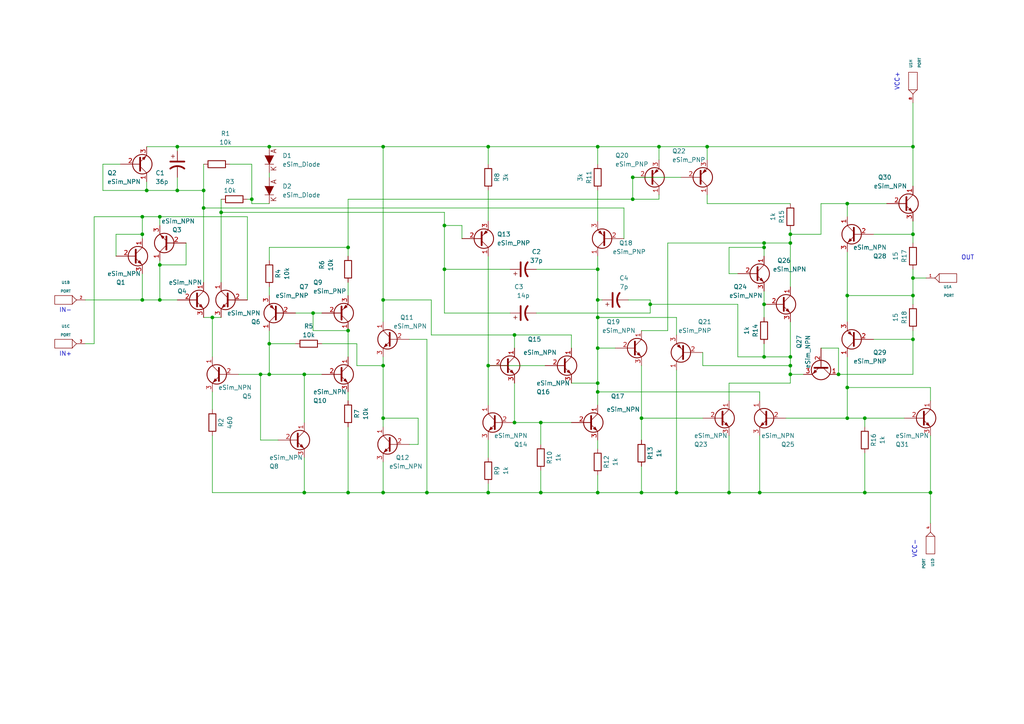
<source format=kicad_sch>
(kicad_sch (version 20211123) (generator eeschema)
  (paper "A4")
  (lib_symbols
    (symbol "eSim_Devices:capacitor_polarised" (pin_numbers hide) (pin_names (offset 0.254) hide)
      (property "Reference" "C" (at 0.635 2.54 0))
      (property "Value" "capacitor_polarised" (at 0.635 -2.54 0))
      (symbol "capacitor_polarised_0_1"
        (polyline (pts (xy -2.032 0.762) (xy 2.032 0.762)) (stroke (width 0.508)))
        (polyline (pts (xy -1.778 2.286) (xy -0.762 2.286)))
        (polyline (pts (xy -1.27 1.778) (xy -1.27 2.794)))
        (arc (start 2.032 -1.27) (mid 0 -0.5572) (end -2.032 -1.27) (stroke (width 0.508)))
      )
      (symbol "capacitor_polarised_1_1"
        (pin passive line (at 0 3.81 270) (length 2.794) (name "~") (number "1"))
        (pin passive line (at 0 -3.81 90) (length 3.302) (name "~") (number "2"))
      )
    )
    (symbol "eSim_Devices:eSim_Diode" (pin_numbers hide) (pin_names (offset 1.016) hide)
      (property "Reference" "D" (at 0 2.54 0))
      (property "Value" "eSim_Diode" (at 0 -2.54 0))
      (symbol "eSim_Diode_0_0"
        (text "A" (at -2.54 1.27 0) (effects (font (size 1.524 1.524))))
        (text "K" (at 2.54 1.27 0) (effects (font (size 1.524 1.524))))
      )
      (symbol "eSim_Diode_0_1"
        (polyline (pts (xy 1.27 1.27) (xy 1.27 -1.27)) (stroke (width 0.1524)))
        (polyline (pts (xy -1.27 1.27) (xy 1.27 0) (xy -1.27 -1.27)) (fill (type outline)))
      )
      (symbol "eSim_Diode_1_1"
        (pin passive line (at -3.81 0 0) (length 2.54) (name "A") (number "1"))
        (pin passive line (at 3.81 0 180) (length 2.54) (name "K") (number "2"))
      )
    )
    (symbol "eSim_Devices:eSim_NPN" (pin_names (offset 0) hide)
      (property "Reference" "Q" (at -2.54 1.27 0))
      (property "Value" "eSim_NPN" (at -1.27 3.81 0))
      (symbol "eSim_NPN_0_1"
        (polyline (pts (xy 0.635 0.635) (xy 2.54 2.54)))
        (polyline (pts (xy 0.635 -0.635) (xy 2.54 -2.54) (xy 2.54 -2.54)))
        (polyline (pts (xy 0.635 1.905) (xy 0.635 -1.905) (xy 0.635 -1.905)) (stroke (width 0.508)))
        (polyline (pts (xy 1.27 -1.778) (xy 1.778 -1.27) (xy 2.286 -2.286) (xy 1.27 -1.778) (xy 1.27 -1.778)) (fill (type outline)))
        (circle (center 1.27 0) (radius 2.8194) (stroke (width 0.254)))
      )
      (symbol "eSim_NPN_1_1"
        (pin passive line (at 2.54 5.08 270) (length 2.54) (name "C") (number "1"))
        (pin passive line (at -5.08 0 0) (length 5.715) (name "B") (number "2"))
        (pin passive line (at 2.54 -5.08 90) (length 2.54) (name "E") (number "3"))
      )
    )
    (symbol "eSim_Devices:eSim_PNP" (pin_names (offset 0) hide)
      (property "Reference" "Q" (at -2.54 1.27 0))
      (property "Value" "eSim_PNP" (at -1.27 3.81 0))
      (symbol "eSim_PNP_0_1"
        (polyline (pts (xy 0.635 0.635) (xy 2.54 2.54)))
        (polyline (pts (xy 0.635 -0.635) (xy 2.54 -2.54) (xy 2.54 -2.54)))
        (polyline (pts (xy 0.635 1.905) (xy 0.635 -1.905) (xy 0.635 -1.905)) (stroke (width 0.508)))
        (polyline (pts (xy 2.286 -1.778) (xy 1.778 -2.286) (xy 1.27 -1.27) (xy 2.286 -1.778) (xy 2.286 -1.778)) (fill (type outline)))
        (circle (center 1.27 0) (radius 2.8194) (stroke (width 0.254)))
      )
      (symbol "eSim_PNP_1_1"
        (pin passive line (at 2.54 5.08 270) (length 2.54) (name "C") (number "1"))
        (pin passive line (at -5.08 0 0) (length 5.715) (name "B") (number "2"))
        (pin passive line (at 2.54 -5.08 90) (length 2.54) (name "E") (number "3"))
      )
    )
    (symbol "eSim_Devices:resistor" (pin_numbers hide) (pin_names (offset 0))
      (property "Reference" "R" (at 1.27 3.302 0))
      (property "Value" "resistor" (at 1.27 -1.27 0))
      (symbol "resistor_0_1"
        (rectangle (start 3.81 0.254) (end -1.27 2.286) (stroke (width 0.254)))
      )
      (symbol "resistor_1_1"
        (pin passive line (at -2.54 1.27 0) (length 1.27) (name "~") (number "1"))
        (pin passive line (at 5.08 1.27 180) (length 1.27) (name "~") (number "2"))
      )
    )
    (symbol "eSim_Miscellaneous:PORT" (pin_names (offset 1.016))
      (property "Reference" "U" (at 1.27 2.54 0))
      (property "Value" "PORT" (at 0 0 0))
      (symbol "PORT_0_1"
        (rectangle (start -2.54 1.27) (end 2.54 -1.27))
        (arc (start 2.54 1.27) (mid 3.1355 0.5955) (end 3.81 0))
        (arc (start 3.81 0) (mid 3.1447 -0.6046) (end 2.54 -1.27))
      )
      (symbol "PORT_1_1"
        (pin bidirectional line (at 6.35 0 180) (length 2.54) (name "~") (number "1"))
      )
      (symbol "PORT_2_1"
        (pin bidirectional line (at 6.35 0 180) (length 2.54) (name "~") (number "2"))
      )
      (symbol "PORT_3_1"
        (pin bidirectional line (at 6.35 0 180) (length 2.54) (name "~") (number "3"))
      )
      (symbol "PORT_4_1"
        (pin bidirectional line (at 6.35 0 180) (length 2.54) (name "~") (number "4"))
      )
      (symbol "PORT_5_1"
        (pin bidirectional line (at 6.35 0 180) (length 2.54) (name "~") (number "5"))
      )
      (symbol "PORT_6_1"
        (pin bidirectional line (at 6.35 0 180) (length 2.54) (name "~") (number "6"))
      )
      (symbol "PORT_7_1"
        (pin bidirectional line (at 6.35 0 180) (length 2.54) (name "~") (number "7"))
      )
      (symbol "PORT_8_1"
        (pin bidirectional line (at 6.35 0 180) (length 2.54) (name "~") (number "8"))
      )
      (symbol "PORT_9_1"
        (pin bidirectional line (at 6.35 0 180) (length 2.54) (name "~") (number "9"))
      )
      (symbol "PORT_10_1"
        (pin bidirectional line (at 6.35 0 180) (length 2.54) (name "~") (number "10"))
      )
      (symbol "PORT_11_1"
        (pin bidirectional line (at 6.35 0 180) (length 2.54) (name "~") (number "11"))
      )
      (symbol "PORT_12_1"
        (pin bidirectional line (at 6.35 0 180) (length 2.54) (name "~") (number "12"))
      )
      (symbol "PORT_13_1"
        (pin bidirectional line (at 6.35 0 180) (length 2.54) (name "~") (number "13"))
      )
      (symbol "PORT_14_1"
        (pin bidirectional line (at 6.35 0 180) (length 2.54) (name "~") (number "14"))
      )
      (symbol "PORT_15_1"
        (pin bidirectional line (at 6.35 0 180) (length 2.54) (name "~") (number "15"))
      )
      (symbol "PORT_16_1"
        (pin bidirectional line (at 6.35 0 180) (length 2.54) (name "~") (number "16"))
      )
      (symbol "PORT_17_1"
        (pin bidirectional line (at 6.35 0 180) (length 2.54) (name "~") (number "17"))
      )
      (symbol "PORT_18_1"
        (pin bidirectional line (at 6.35 0 180) (length 2.54) (name "~") (number "18"))
      )
      (symbol "PORT_19_1"
        (pin bidirectional line (at 6.35 0 180) (length 2.54) (name "~") (number "19"))
      )
      (symbol "PORT_20_1"
        (pin bidirectional line (at 6.35 0 180) (length 2.54) (name "~") (number "20"))
      )
      (symbol "PORT_21_1"
        (pin bidirectional line (at 6.35 0 180) (length 2.54) (name "~") (number "21"))
      )
      (symbol "PORT_22_1"
        (pin bidirectional line (at 6.35 0 180) (length 2.54) (name "~") (number "22"))
      )
      (symbol "PORT_23_1"
        (pin bidirectional line (at 6.35 0 180) (length 2.54) (name "~") (number "23"))
      )
      (symbol "PORT_24_1"
        (pin bidirectional line (at 6.35 0 180) (length 2.54) (name "~") (number "24"))
      )
      (symbol "PORT_25_1"
        (pin bidirectional line (at 6.35 0 180) (length 2.54) (name "~") (number "25"))
      )
      (symbol "PORT_26_1"
        (pin bidirectional line (at 6.35 0 180) (length 2.54) (name "~") (number "26"))
      )
    )
  )
  (junction (at 141.605 142.875))
  (junction (at 269.875 142.875))
  (junction (at 211.455 142.875))
  (junction (at 141.605 42.545))
  (junction (at 205.105 42.545))
  (junction (at 221.615 71.755))
  (junction (at 229.235 67.945))
  (junction (at 41.275 86.995))
  (junction (at 264.795 80.645))
  (junction (at 183.515 57.785))
  (junction (at 111.125 42.545))
  (junction (at 229.235 108.585))
  (junction (at 156.845 122.555))
  (junction (at 111.125 106.045))
  (junction (at 149.225 97.155))
  (junction (at 59.055 55.245))
  (junction (at 88.265 108.585))
  (junction (at 128.905 65.405))
  (junction (at 173.355 42.545))
  (junction (at 191.135 42.545))
  (junction (at 250.825 142.875))
  (junction (at 173.355 92.075))
  (junction (at 41.275 67.945))
  (junction (at 123.825 142.875))
  (junction (at 78.105 99.695))
  (junction (at 221.615 103.505))
  (junction (at 188.595 88.265))
  (junction (at 264.795 67.945))
  (junction (at 59.055 60.325))
  (junction (at 51.435 55.245))
  (junction (at 141.605 106.045))
  (junction (at 75.565 108.585))
  (junction (at 243.205 108.585))
  (junction (at 245.745 59.055))
  (junction (at 250.825 121.285))
  (junction (at 128.905 78.105))
  (junction (at 100.965 142.875))
  (junction (at 78.105 108.585))
  (junction (at 245.745 112.395))
  (junction (at 111.125 142.875))
  (junction (at 220.345 142.875))
  (junction (at 173.355 86.995))
  (junction (at 173.355 111.125))
  (junction (at 196.215 142.875))
  (junction (at 186.055 142.875))
  (junction (at 61.595 92.075))
  (junction (at 173.355 142.875))
  (junction (at 173.355 100.965))
  (junction (at 111.125 121.285))
  (junction (at 90.805 90.805))
  (junction (at 221.615 70.485))
  (junction (at 264.795 42.545))
  (junction (at 229.235 70.485))
  (junction (at 264.795 85.725))
  (junction (at 229.235 103.505))
  (junction (at 64.135 61.595))
  (junction (at 264.795 98.425))
  (junction (at 173.355 78.105))
  (junction (at 186.055 121.285))
  (junction (at 245.745 121.285))
  (junction (at 88.265 142.875))
  (junction (at 100.965 95.885))
  (junction (at 149.225 122.555))
  (junction (at 73.025 57.785))
  (junction (at 46.355 76.835))
  (junction (at 173.355 113.665))
  (junction (at 46.355 86.995))
  (junction (at 100.965 71.755))
  (junction (at 42.545 55.245))
  (junction (at 221.615 88.265))
  (junction (at 229.235 106.045))
  (junction (at 111.125 86.995))
  (junction (at 51.435 42.545))
  (junction (at 245.745 85.725))
  (junction (at 183.515 51.435))
  (junction (at 41.275 62.865))
  (junction (at 156.845 142.875))
  (junction (at 46.355 62.865))
  (junction (at 78.105 42.545))
  (wire (pts (xy 229.235 103.505) (xy 221.615 103.505)))
  (wire (pts (xy 213.995 79.375) (xy 211.455 79.375)))
  (wire (pts (xy 211.455 111.125) (xy 229.235 111.125)))
  (wire (pts (xy 211.455 116.205) (xy 211.455 111.125)))
  (wire (pts (xy 75.565 108.585) (xy 75.565 127.635)))
  (wire (pts (xy 186.055 106.045) (xy 186.055 121.285)))
  (wire (pts (xy 173.355 137.795) (xy 173.355 142.875)))
  (wire (pts (xy 41.275 79.375) (xy 41.275 86.995)))
  (wire (pts (xy 141.605 140.335) (xy 141.605 142.875)))
  (wire (pts (xy 61.595 142.875) (xy 88.265 142.875)))
  (wire (pts (xy 141.605 142.875) (xy 156.845 142.875)))
  (wire (pts (xy 100.965 57.785) (xy 100.965 71.755)))
  (wire (pts (xy 196.215 92.075) (xy 173.355 92.075)))
  (wire (pts (xy 41.275 62.865) (xy 41.275 67.945)))
  (wire (pts (xy 173.355 78.105) (xy 173.355 86.995)))
  (wire (pts (xy 188.595 90.805) (xy 188.595 88.265)))
  (wire (pts (xy 111.125 86.995) (xy 111.125 93.345)))
  (wire (pts (xy 245.745 59.055) (xy 245.745 62.865)))
  (wire (pts (xy 213.995 88.265) (xy 213.995 103.505)))
  (wire (pts (xy 33.655 74.295) (xy 33.655 67.945)))
  (wire (pts (xy 53.975 70.485) (xy 53.975 76.835)))
  (wire (pts (xy 51.435 51.435) (xy 51.435 55.245)))
  (wire (pts (xy 229.235 66.675) (xy 229.235 67.945)))
  (wire (pts (xy 33.655 67.945) (xy 41.275 67.945)))
  (wire (pts (xy 173.355 55.245) (xy 173.355 64.135)))
  (wire (pts (xy 66.675 47.625) (xy 73.025 47.625)))
  (wire (pts (xy 245.745 112.395) (xy 245.745 103.505)))
  (wire (pts (xy 229.235 108.585) (xy 229.235 111.125)))
  (wire (pts (xy 211.455 71.755) (xy 221.615 71.755)))
  (wire (pts (xy 78.105 75.565) (xy 78.105 71.755)))
  (wire (pts (xy 264.795 67.945) (xy 264.795 70.485)))
  (wire (pts (xy 41.275 62.865) (xy 46.355 62.865)))
  (wire (pts (xy 221.615 70.485) (xy 221.615 71.755)))
  (wire (pts (xy 78.105 99.695) (xy 78.105 108.585)))
  (wire (pts (xy 69.215 108.585) (xy 75.565 108.585)))
  (wire (pts (xy 78.105 71.755) (xy 100.965 71.755)))
  (wire (pts (xy 155.575 90.805) (xy 188.595 90.805)))
  (wire (pts (xy 182.245 86.995) (xy 188.595 86.995)))
  (wire (pts (xy 128.905 78.105) (xy 147.955 78.105)))
  (wire (pts (xy 203.835 102.235) (xy 203.835 106.045)))
  (wire (pts (xy 245.745 85.725) (xy 264.795 85.725)))
  (wire (pts (xy 264.795 42.545) (xy 264.795 29.845)))
  (wire (pts (xy 88.265 142.875) (xy 100.965 142.875)))
  (wire (pts (xy 88.265 108.585) (xy 88.265 122.555)))
  (wire (pts (xy 85.725 90.805) (xy 90.805 90.805)))
  (wire (pts (xy 100.965 95.885) (xy 90.805 95.885)))
  (wire (pts (xy 61.595 92.075) (xy 61.595 103.505)))
  (wire (pts (xy 165.735 111.125) (xy 173.355 111.125)))
  (wire (pts (xy 213.995 103.505) (xy 221.615 103.505)))
  (wire (pts (xy 196.215 142.875) (xy 211.455 142.875)))
  (wire (pts (xy 186.055 142.875) (xy 196.215 142.875)))
  (wire (pts (xy 141.605 106.045) (xy 141.605 117.475)))
  (wire (pts (xy 141.605 42.545) (xy 141.605 47.625)))
  (wire (pts (xy 229.235 103.505) (xy 229.235 106.045)))
  (wire (pts (xy 149.225 97.155) (xy 165.735 97.155)))
  (wire (pts (xy 196.215 107.315) (xy 196.215 142.875)))
  (wire (pts (xy 193.675 70.485) (xy 221.615 70.485)))
  (wire (pts (xy 173.355 86.995) (xy 173.355 92.075)))
  (wire (pts (xy 100.965 113.665) (xy 100.965 116.205)))
  (wire (pts (xy 173.355 113.665) (xy 173.355 117.475)))
  (wire (pts (xy 243.205 108.585) (xy 264.795 108.585)))
  (wire (pts (xy 64.135 61.595) (xy 64.135 81.915)))
  (wire (pts (xy 59.055 60.325) (xy 180.975 60.325)))
  (wire (pts (xy 173.355 127.635) (xy 173.355 130.175)))
  (wire (pts (xy 61.595 113.665) (xy 61.595 118.745)))
  (wire (pts (xy 221.615 88.265) (xy 221.615 92.075)))
  (wire (pts (xy 90.805 90.805) (xy 93.345 90.805)))
  (wire (pts (xy 245.745 59.055) (xy 257.175 59.055)))
  (wire (pts (xy 149.225 122.555) (xy 156.845 122.555)))
  (wire (pts (xy 46.355 86.995) (xy 51.435 86.995)))
  (wire (pts (xy 88.265 132.715) (xy 88.265 142.875)))
  (wire (pts (xy 73.025 57.785) (xy 71.755 57.785)))
  (wire (pts (xy 229.235 67.945) (xy 229.235 70.485)))
  (wire (pts (xy 229.235 59.055) (xy 205.105 59.055)))
  (wire (pts (xy 59.055 55.245) (xy 51.435 55.245)))
  (wire (pts (xy 227.965 121.285) (xy 245.745 121.285)))
  (wire (pts (xy 186.055 121.285) (xy 203.835 121.285)))
  (wire (pts (xy 173.355 78.105) (xy 173.355 74.295)))
  (wire (pts (xy 180.975 60.325) (xy 180.975 69.215)))
  (wire (pts (xy 264.795 85.725) (xy 264.795 80.645)))
  (wire (pts (xy 46.355 76.835) (xy 46.355 75.565)))
  (wire (pts (xy 121.285 121.285) (xy 111.125 121.285)))
  (wire (pts (xy 41.275 67.945) (xy 41.275 69.215)))
  (wire (pts (xy 186.055 95.885) (xy 193.675 95.885)))
  (wire (pts (xy 229.235 106.045) (xy 229.235 108.585)))
  (wire (pts (xy 149.225 111.125) (xy 149.225 122.555)))
  (wire (pts (xy 220.345 142.875) (xy 250.825 142.875)))
  (wire (pts (xy 103.505 99.695) (xy 93.345 99.695)))
  (wire (pts (xy 165.735 97.155) (xy 165.735 100.965)))
  (wire (pts (xy 41.275 86.995) (xy 46.355 86.995)))
  (wire (pts (xy 78.105 108.585) (xy 88.265 108.585)))
  (wire (pts (xy 211.455 126.365) (xy 211.455 142.875)))
  (wire (pts (xy 46.355 62.865) (xy 71.755 62.865)))
  (wire (pts (xy 188.595 88.265) (xy 188.595 86.995)))
  (wire (pts (xy 156.845 122.555) (xy 165.735 122.555)))
  (wire (pts (xy 269.875 116.205) (xy 269.875 112.395)))
  (wire (pts (xy 221.615 103.505) (xy 221.615 99.695)))
  (wire (pts (xy 111.125 42.545) (xy 111.125 86.995)))
  (wire (pts (xy 42.545 55.245) (xy 42.545 52.705)))
  (wire (pts (xy 156.845 142.875) (xy 173.355 142.875)))
  (wire (pts (xy 221.615 84.455) (xy 221.615 88.265)))
  (wire (pts (xy 123.825 142.875) (xy 141.605 142.875)))
  (wire (pts (xy 205.105 46.355) (xy 205.105 42.545)))
  (wire (pts (xy 78.105 50.165) (xy 78.105 51.435)))
  (wire (pts (xy 100.965 142.875) (xy 111.125 142.875)))
  (wire (pts (xy 141.605 74.295) (xy 141.605 106.045)))
  (wire (pts (xy 111.125 42.545) (xy 141.605 42.545)))
  (wire (pts (xy 88.265 108.585) (xy 93.345 108.585)))
  (wire (pts (xy 141.605 127.635) (xy 141.605 132.715)))
  (wire (pts (xy 125.095 97.155) (xy 125.095 86.995)))
  (wire (pts (xy 64.135 61.595) (xy 128.905 61.595)))
  (wire (pts (xy 78.105 42.545) (xy 111.125 42.545)))
  (wire (pts (xy 186.055 121.285) (xy 186.055 127.635)))
  (wire (pts (xy 125.095 97.155) (xy 149.225 97.155)))
  (wire (pts (xy 133.985 69.215) (xy 133.985 65.405)))
  (wire (pts (xy 264.795 108.585) (xy 264.795 98.425)))
  (wire (pts (xy 205.105 42.545) (xy 264.795 42.545)))
  (wire (pts (xy 125.095 86.995) (xy 111.125 86.995)))
  (wire (pts (xy 173.355 100.965) (xy 178.435 100.965)))
  (wire (pts (xy 173.355 100.965) (xy 173.355 111.125)))
  (wire (pts (xy 269.875 112.395) (xy 245.745 112.395)))
  (wire (pts (xy 245.745 73.025) (xy 245.745 85.725)))
  (wire (pts (xy 229.235 108.585) (xy 233.045 108.585)))
  (wire (pts (xy 229.235 70.485) (xy 229.235 83.185)))
  (wire (pts (xy 264.795 42.545) (xy 264.795 53.975)))
  (wire (pts (xy 193.675 95.885) (xy 193.675 70.485)))
  (wire (pts (xy 245.745 85.725) (xy 245.745 93.345)))
  (wire (pts (xy 78.105 83.185) (xy 78.105 85.725)))
  (wire (pts (xy 111.125 121.285) (xy 111.125 123.825)))
  (wire (pts (xy 100.965 123.825) (xy 100.965 142.875)))
  (wire (pts (xy 59.055 55.245) (xy 59.055 60.325)))
  (wire (pts (xy 46.355 62.865) (xy 46.355 65.405)))
  (wire (pts (xy 238.125 100.965) (xy 243.205 100.965)))
  (wire (pts (xy 156.845 128.905) (xy 156.845 122.555)))
  (wire (pts (xy 103.505 106.045) (xy 111.125 106.045)))
  (wire (pts (xy 158.115 106.045) (xy 141.605 106.045)))
  (wire (pts (xy 243.205 100.965) (xy 243.205 108.585)))
  (wire (pts (xy 173.355 111.125) (xy 173.355 113.665)))
  (wire (pts (xy 221.615 70.485) (xy 229.235 70.485)))
  (wire (pts (xy 118.745 128.905) (xy 121.285 128.905)))
  (wire (pts (xy 103.505 99.695) (xy 103.505 106.045)))
  (wire (pts (xy 250.825 142.875) (xy 269.875 142.875)))
  (wire (pts (xy 211.455 79.375) (xy 211.455 71.755)))
  (wire (pts (xy 183.515 51.435) (xy 183.515 57.785)))
  (wire (pts (xy 264.795 78.105) (xy 264.795 80.645)))
  (wire (pts (xy 269.875 142.875) (xy 269.875 151.765)))
  (wire (pts (xy 59.055 92.075) (xy 61.595 92.075)))
  (wire (pts (xy 75.565 108.585) (xy 78.105 108.585)))
  (wire (pts (xy 220.345 113.665) (xy 173.355 113.665)))
  (wire (pts (xy 173.355 86.995) (xy 174.625 86.995)))
  (wire (pts (xy 264.795 85.725) (xy 264.795 88.265)))
  (wire (pts (xy 61.595 92.075) (xy 64.135 92.075)))
  (wire (pts (xy 238.125 67.945) (xy 238.125 59.055)))
  (wire (pts (xy 133.985 65.405) (xy 128.905 65.405)))
  (wire (pts (xy 245.745 121.285) (xy 250.825 121.285)))
  (wire (pts (xy 78.105 59.055) (xy 73.025 59.055)))
  (wire (pts (xy 141.605 42.545) (xy 173.355 42.545)))
  (wire (pts (xy 128.905 61.595) (xy 128.905 65.405)))
  (wire (pts (xy 42.545 42.545) (xy 51.435 42.545)))
  (wire (pts (xy 100.965 57.785) (xy 183.515 57.785)))
  (wire (pts (xy 59.055 60.325) (xy 59.055 81.915)))
  (wire (pts (xy 111.125 133.985) (xy 111.125 142.875)))
  (wire (pts (xy 27.305 99.695) (xy 24.765 99.695)))
  (wire (pts (xy 111.125 106.045) (xy 111.125 121.285)))
  (wire (pts (xy 203.835 106.045) (xy 229.235 106.045)))
  (wire (pts (xy 253.365 67.945) (xy 264.795 67.945)))
  (wire (pts (xy 221.615 71.755) (xy 221.615 74.295)))
  (wire (pts (xy 197.485 51.435) (xy 183.515 51.435)))
  (wire (pts (xy 191.135 42.545) (xy 205.105 42.545)))
  (wire (pts (xy 173.355 42.545) (xy 173.355 47.625)))
  (wire (pts (xy 245.745 121.285) (xy 245.745 112.395)))
  (wire (pts (xy 238.125 59.055) (xy 245.745 59.055)))
  (wire (pts (xy 211.455 142.875) (xy 220.345 142.875)))
  (wire (pts (xy 29.845 47.625) (xy 29.845 55.245)))
  (wire (pts (xy 100.965 81.915) (xy 100.965 85.725)))
  (wire (pts (xy 78.105 99.695) (xy 78.105 95.885)))
  (wire (pts (xy 173.355 42.545) (xy 191.135 42.545)))
  (wire (pts (xy 46.355 76.835) (xy 46.355 86.995)))
  (wire (pts (xy 155.575 78.105) (xy 173.355 78.105)))
  (wire (pts (xy 186.055 135.255) (xy 186.055 142.875)))
  (wire (pts (xy 61.595 126.365) (xy 61.595 142.875)))
  (wire (pts (xy 128.905 78.105) (xy 128.905 90.805)))
  (wire (pts (xy 111.125 142.875) (xy 123.825 142.875)))
  (wire (pts (xy 42.545 55.245) (xy 51.435 55.245)))
  (wire (pts (xy 121.285 128.905) (xy 121.285 121.285)))
  (wire (pts (xy 229.235 93.345) (xy 229.235 103.505)))
  (wire (pts (xy 27.305 62.865) (xy 27.305 99.695)))
  (wire (pts (xy 71.755 86.995) (xy 71.755 62.865)))
  (wire (pts (xy 269.875 126.365) (xy 269.875 142.875)))
  (wire (pts (xy 253.365 98.425) (xy 264.795 98.425)))
  (wire (pts (xy 173.355 142.875) (xy 186.055 142.875)))
  (wire (pts (xy 141.605 55.245) (xy 141.605 64.135)))
  (wire (pts (xy 191.135 56.515) (xy 191.135 57.785)))
  (wire (pts (xy 250.825 131.445) (xy 250.825 142.875)))
  (wire (pts (xy 51.435 42.545) (xy 78.105 42.545)))
  (wire (pts (xy 264.795 67.945) (xy 264.795 64.135)))
  (wire (pts (xy 220.345 116.205) (xy 220.345 113.665)))
  (wire (pts (xy 75.565 127.635) (xy 80.645 127.635)))
  (wire (pts (xy 34.925 47.625) (xy 29.845 47.625)))
  (wire (pts (xy 149.225 97.155) (xy 149.225 100.965)))
  (wire (pts (xy 111.125 106.045) (xy 111.125 103.505)))
  (wire (pts (xy 118.745 98.425) (xy 123.825 98.425)))
  (wire (pts (xy 59.055 47.625) (xy 59.055 55.245)))
  (wire (pts (xy 229.235 67.945) (xy 238.125 67.945)))
  (wire (pts (xy 73.025 47.625) (xy 73.025 57.785)))
  (wire (pts (xy 51.435 42.545) (xy 51.435 43.815)))
  (wire (pts (xy 27.305 62.865) (xy 41.275 62.865)))
  (wire (pts (xy 24.765 86.995) (xy 41.275 86.995)))
  (wire (pts (xy 264.795 80.645) (xy 268.605 80.645)))
  (wire (pts (xy 73.025 59.055) (xy 73.025 57.785)))
  (wire (pts (xy 100.965 71.755) (xy 100.965 74.295)))
  (wire (pts (xy 191.135 57.785) (xy 183.515 57.785)))
  (wire (pts (xy 156.845 136.525) (xy 156.845 142.875)))
  (wire (pts (xy 53.975 76.835) (xy 46.355 76.835)))
  (wire (pts (xy 128.905 90.805) (xy 147.955 90.805)))
  (wire (pts (xy 250.825 121.285) (xy 250.825 123.825)))
  (wire (pts (xy 64.135 57.785) (xy 64.135 61.595)))
  (wire (pts (xy 123.825 98.425) (xy 123.825 142.875)))
  (wire (pts (xy 205.105 59.055) (xy 205.105 56.515)))
  (wire (pts (xy 191.135 42.545) (xy 191.135 46.355)))
  (wire (pts (xy 264.795 95.885) (xy 264.795 98.425)))
  (wire (pts (xy 90.805 95.885) (xy 90.805 90.805)))
  (wire (pts (xy 250.825 121.285) (xy 262.255 121.285)))
  (wire (pts (xy 29.845 55.245) (xy 42.545 55.245)))
  (wire (pts (xy 85.725 99.695) (xy 78.105 99.695)))
  (wire (pts (xy 128.905 65.405) (xy 128.905 78.105)))
  (wire (pts (xy 220.345 126.365) (xy 220.345 142.875)))
  (wire (pts (xy 173.355 92.075) (xy 173.355 100.965)))
  (wire (pts (xy 100.965 95.885) (xy 100.965 103.505)))
  (wire (pts (xy 196.215 92.075) (xy 196.215 97.155)))
  (wire (pts (xy 188.595 88.265) (xy 213.995 88.265)))
  (text "IN+" (at 17.145 103.505 0) (effects (font (size 1.27 1.27)) (justify left bottom)))
  (text "VCC-" (at 266.065 161.925 90) (effects (font (size 1.27 1.27)) (justify left bottom)))
  (text "OUT" (at 278.765 75.565 0) (effects (font (size 1.27 1.27)) (justify left bottom)))
  (text "IN-" (at 17.145 90.805 0) (effects (font (size 1.27 1.27)) (justify left bottom)))
  (text "VCC+" (at 260.985 20.955 270) (effects (font (size 1.27 1.27)) (justify right bottom)))
  (symbol (lib_id "eSim_Devices:resistor") (at 62.865 121.285 90) (mirror x) (unit 1)
    (property "Reference" "R2" (at 64.135 122.555 0))
    (property "Value" "460" (at 66.675 122.555 0))
  )
  (symbol (lib_id "eSim_Devices:resistor") (at 187.325 130.175 90) (mirror x) (unit 1)
    (property "Reference" "R13" (at 188.595 131.445 0))
    (property "Value" "1k" (at 191.135 131.445 0))
  )
  (symbol (lib_id "eSim_Devices:resistor") (at 66.675 59.055 0) (unit 1)
    (property "Reference" "R3" (at 66.675 52.705 0))
    (property "Value" "10k" (at 66.675 55.245 0))
  )
  (symbol (lib_id "eSim_Devices:eSim_NPN") (at 238.125 106.045 270) (unit 1)
    (property "Reference" "Q27" (at 231.775 97.155 0) (effects (justify left)))
    (property "Value" "eSim_NPN" (at 234.315 97.155 0) (effects (justify left)))
  )
  (symbol (lib_id "eSim_Devices:eSim_PNP") (at 188.595 51.435 0) (mirror x) (unit 1)
    (property "Reference" "Q20" (at 178.435 45.085 0) (effects (justify left)))
    (property "Value" "eSim_PNP" (at 178.435 47.625 0) (effects (justify left)))
  )
  (symbol (lib_id "eSim_Devices:eSim_NPN") (at 40.005 47.625 0) (mirror x) (unit 1)
    (property "Reference" "Q2" (at 31.115 50.165 0) (effects (justify left)))
    (property "Value" "eSim_NPN" (at 31.115 52.705 0) (effects (justify left)))
  )
  (symbol (lib_id "eSim_Devices:eSim_NPN") (at 262.255 59.055 0) (unit 1)
    (property "Reference" "Q30" (at 254.635 51.435 0) (effects (justify left)))
    (property "Value" "eSim_NPN" (at 253.365 53.975 0) (effects (justify left)))
  )
  (symbol (lib_id "eSim_Devices:eSim_PNP") (at 198.755 102.235 180) (unit 1)
    (property "Reference" "Q21" (at 206.375 93.345 0) (effects (justify left)))
    (property "Value" "eSim_PNP" (at 206.375 95.885 0) (effects (justify left)))
  )
  (symbol (lib_id "eSim_Devices:resistor") (at 88.265 100.965 0) (unit 1)
    (property "Reference" "R5" (at 89.535 94.615 0))
    (property "Value" "10k" (at 89.535 97.155 0))
  )
  (symbol (lib_id "eSim_Devices:eSim_NPN") (at 248.285 67.945 0) (mirror y) (unit 1)
    (property "Reference" "Q28" (at 257.175 74.295 0) (effects (justify left)))
    (property "Value" "eSim_NPN" (at 257.175 71.755 0) (effects (justify left)))
  )
  (symbol (lib_id "eSim_Devices:resistor") (at 252.095 126.365 90) (mirror x) (unit 1)
    (property "Reference" "R16" (at 253.365 127.635 0))
    (property "Value" "1k" (at 255.905 127.635 0))
  )
  (symbol (lib_id "eSim_Devices:eSim_NPN") (at 113.665 98.425 0) (mirror y) (unit 1)
    (property "Reference" "Q11" (at 120.015 92.075 0) (effects (justify left)))
    (property "Value" "eSim_NPN" (at 123.825 94.615 0) (effects (justify left)))
  )
  (symbol (lib_id "eSim_Devices:resistor") (at 158.115 131.445 90) (mirror x) (unit 1)
    (property "Reference" "R10" (at 159.385 132.715 0))
    (property "Value" "1k" (at 161.925 132.715 0))
  )
  (symbol (lib_id "eSim_Devices:eSim_NPN") (at 208.915 121.285 0) (unit 1)
    (property "Reference" "Q23" (at 201.295 128.905 0) (effects (justify left)))
    (property "Value" "eSim_NPN" (at 201.295 126.365 0) (effects (justify left)))
  )
  (symbol (lib_id "eSim_Miscellaneous:PORT") (at 18.415 86.995 0) (unit 2)
    (property "Reference" "U1" (at 19.05 81.915 0) (effects (font (size 0.762 0.762))))
    (property "Value" "PORT" (at 19.05 84.455 0) (effects (font (size 0.762 0.762))))
  )
  (symbol (lib_id "eSim_Devices:eSim_NPN") (at 98.425 108.585 0) (unit 1)
    (property "Reference" "Q10" (at 90.805 116.205 0) (effects (justify left)))
    (property "Value" "eSim_NPN" (at 90.805 113.665 0) (effects (justify left)))
  )
  (symbol (lib_id "eSim_Devices:eSim_PNP") (at 98.425 90.805 0) (mirror x) (unit 1)
    (property "Reference" "Q9" (at 90.805 81.915 0) (effects (justify left)))
    (property "Value" "eSim_PNP" (at 90.805 84.455 0) (effects (justify left)))
  )
  (symbol (lib_id "eSim_Devices:eSim_NPN") (at 163.195 106.045 0) (unit 1)
    (property "Reference" "Q16" (at 155.575 113.665 0) (effects (justify left)))
    (property "Value" "eSim_NPN" (at 155.575 111.125 0) (effects (justify left)))
  )
  (symbol (lib_id "eSim_Devices:eSim_NPN") (at 56.515 86.995 0) (unit 1)
    (property "Reference" "Q4" (at 51.435 84.455 0) (effects (justify left)))
    (property "Value" "eSim_NPN" (at 48.895 81.915 0) (effects (justify left)))
  )
  (symbol (lib_id "eSim_Devices:resistor") (at 227.965 61.595 270) (unit 1)
    (property "Reference" "R15" (at 226.695 62.865 0))
    (property "Value" "1k" (at 224.155 62.865 0))
  )
  (symbol (lib_id "eSim_Devices:resistor") (at 263.525 73.025 270) (unit 1)
    (property "Reference" "R17" (at 262.255 74.295 0))
    (property "Value" "15" (at 259.715 74.295 0))
  )
  (symbol (lib_id "eSim_Devices:capacitor_polarised") (at 51.435 47.625 0) (unit 1)
    (property "Reference" "C1" (at 45.085 50.165 0) (effects (justify left)))
    (property "Value" "36p" (at 45.085 52.705 0) (effects (justify left)))
  )
  (symbol (lib_id "eSim_Devices:capacitor_polarised") (at 178.435 86.995 90) (unit 1)
    (property "Reference" "C4" (at 180.975 80.645 90))
    (property "Value" "7p" (at 180.975 83.185 90))
  )
  (symbol (lib_id "eSim_Devices:eSim_Diode") (at 78.105 55.245 270) (unit 1)
    (property "Reference" "D2" (at 81.915 54.0293 90) (effects (justify left)))
    (property "Value" "eSim_Diode" (at 81.915 56.5693 90) (effects (justify left)))
  )
  (symbol (lib_id "eSim_Miscellaneous:PORT") (at 18.415 99.695 0) (unit 3)
    (property "Reference" "U1" (at 19.05 94.615 0) (effects (font (size 0.762 0.762))))
    (property "Value" "PORT" (at 19.05 97.155 0) (effects (font (size 0.762 0.762))))
  )
  (symbol (lib_id "eSim_Devices:eSim_NPN") (at 222.885 121.285 0) (mirror y) (unit 1)
    (property "Reference" "Q25" (at 230.505 128.905 0) (effects (justify left)))
    (property "Value" "eSim_NPN" (at 230.505 126.365 0) (effects (justify left)))
  )
  (symbol (lib_id "eSim_Devices:eSim_NPN") (at 85.725 127.635 0) (unit 1)
    (property "Reference" "Q8" (at 78.105 135.255 0) (effects (justify left)))
    (property "Value" "eSim_NPN" (at 78.105 132.715 0) (effects (justify left)))
  )
  (symbol (lib_id "eSim_Devices:eSim_NPN") (at 66.675 86.995 0) (mirror y) (unit 1)
    (property "Reference" "Q6" (at 75.565 93.345 0) (effects (justify left)))
    (property "Value" "eSim_NPN" (at 75.565 90.805 0) (effects (justify left)))
  )
  (symbol (lib_id "eSim_Devices:resistor") (at 220.345 94.615 270) (unit 1)
    (property "Reference" "R14" (at 219.075 95.885 0))
    (property "Value" "1k" (at 216.535 95.885 0))
  )
  (symbol (lib_id "eSim_Devices:eSim_Diode") (at 78.105 46.355 270) (unit 1)
    (property "Reference" "D1" (at 81.915 45.1393 90) (effects (justify left)))
    (property "Value" "eSim_Diode" (at 81.915 47.6793 90) (effects (justify left)))
  )
  (symbol (lib_id "eSim_Devices:eSim_PNP") (at 175.895 69.215 180) (unit 1)
    (property "Reference" "Q18" (at 183.515 70.485 0) (effects (justify left)))
    (property "Value" "eSim_PNP" (at 187.325 73.025 0) (effects (justify left)))
  )
  (symbol (lib_id "eSim_Devices:eSim_PNP") (at 202.565 51.435 0) (mirror x) (unit 1)
    (property "Reference" "Q22" (at 194.945 43.815 0) (effects (justify left)))
    (property "Value" "eSim_PNP" (at 194.945 46.355 0) (effects (justify left)))
  )
  (symbol (lib_id "eSim_Devices:eSim_NPN") (at 267.335 121.285 0) (unit 1)
    (property "Reference" "Q31" (at 259.715 128.905 0) (effects (justify left)))
    (property "Value" "eSim_NPN" (at 259.715 126.365 0) (effects (justify left)))
  )
  (symbol (lib_id "eSim_Devices:eSim_NPN") (at 113.665 128.905 0) (mirror y) (unit 1)
    (property "Reference" "Q12" (at 118.745 132.715 0) (effects (justify left)))
    (property "Value" "eSim_NPN" (at 122.555 135.255 0) (effects (justify left)))
  )
  (symbol (lib_id "eSim_Devices:eSim_NPN") (at 226.695 88.265 0) (unit 1)
    (property "Reference" "Q26" (at 225.425 75.565 0) (effects (justify left)))
    (property "Value" "eSim_NPN" (at 224.155 78.105 0) (effects (justify left)))
  )
  (symbol (lib_id "eSim_Devices:eSim_NPN") (at 170.815 122.555 0) (unit 1)
    (property "Reference" "Q17" (at 177.165 114.935 0) (effects (justify left)))
    (property "Value" "eSim_NPN" (at 175.895 118.745 0) (effects (justify left)))
  )
  (symbol (lib_id "eSim_Devices:eSim_NPN") (at 146.685 106.045 0) (unit 1)
    (property "Reference" "Q15" (at 153.035 98.425 0) (effects (justify left)))
    (property "Value" "eSim_NPN" (at 151.765 102.235 0) (effects (justify left)))
  )
  (symbol (lib_id "eSim_Devices:resistor") (at 102.235 76.835 90) (mirror x) (unit 1)
    (property "Reference" "R6" (at 93.345 76.835 0))
    (property "Value" "10k" (at 95.885 76.835 0))
  )
  (symbol (lib_id "eSim_Devices:eSim_NPN") (at 38.735 74.295 0) (unit 1)
    (property "Reference" "Q1" (at 33.655 81.915 0) (effects (justify left)))
    (property "Value" "eSim_NPN" (at 31.115 79.375 0) (effects (justify left)))
  )
  (symbol (lib_id "eSim_Devices:capacitor_polarised") (at 151.765 78.105 90) (unit 1)
    (property "Reference" "C2" (at 155.575 73.025 90))
    (property "Value" "37p" (at 155.575 75.565 90))
  )
  (symbol (lib_id "eSim_Devices:resistor") (at 61.595 48.895 0) (unit 1)
    (property "Reference" "R1" (at 65.405 38.735 0))
    (property "Value" "10k" (at 65.405 41.275 0))
  )
  (symbol (lib_id "eSim_Devices:eSim_PNP") (at 139.065 69.215 0) (mirror x) (unit 1)
    (property "Reference" "Q13" (at 144.145 67.9449 0) (effects (justify left)))
    (property "Value" "eSim_PNP" (at 144.145 70.4849 0) (effects (justify left)))
  )
  (symbol (lib_id "eSim_Devices:resistor") (at 174.625 132.715 90) (mirror x) (unit 1)
    (property "Reference" "R12" (at 175.895 133.985 0))
    (property "Value" "1k" (at 178.435 133.985 0))
  )
  (symbol (lib_id "eSim_Devices:resistor") (at 142.875 50.165 90) (mirror x) (unit 1)
    (property "Reference" "R8" (at 144.145 51.435 0))
    (property "Value" "3k" (at 146.685 51.435 0))
  )
  (symbol (lib_id "eSim_Devices:capacitor_polarised") (at 151.765 90.805 90) (unit 1)
    (property "Reference" "C3" (at 150.495 83.185 90))
    (property "Value" "14p" (at 151.765 85.725 90))
  )
  (symbol (lib_id "eSim_Devices:resistor") (at 172.085 50.165 270) (unit 1)
    (property "Reference" "R11" (at 170.815 51.435 0))
    (property "Value" "3k" (at 168.275 51.435 0))
  )
  (symbol (lib_id "eSim_Devices:resistor") (at 263.525 90.805 270) (unit 1)
    (property "Reference" "R18" (at 262.255 92.075 0))
    (property "Value" "15" (at 259.715 92.075 0))
  )
  (symbol (lib_id "eSim_Devices:eSim_PNP") (at 80.645 90.805 180) (unit 1)
    (property "Reference" "Q7" (at 89.535 83.185 0) (effects (justify left)))
    (property "Value" "eSim_PNP" (at 89.535 85.725 0) (effects (justify left)))
  )
  (symbol (lib_id "eSim_Devices:resistor") (at 79.375 78.105 90) (mirror x) (unit 1)
    (property "Reference" "R4" (at 80.645 79.375 0))
    (property "Value" "10k" (at 83.185 79.375 0))
  )
  (symbol (lib_id "eSim_Devices:eSim_NPN") (at 48.895 70.485 180) (unit 1)
    (property "Reference" "Q3" (at 52.705 66.675 0) (effects (justify left)))
    (property "Value" "eSim_NPN" (at 56.515 64.135 0) (effects (justify left)))
  )
  (symbol (lib_id "eSim_Devices:eSim_NPN") (at 64.135 108.585 0) (mirror y) (unit 1)
    (property "Reference" "Q5" (at 73.025 114.935 0) (effects (justify left)))
    (property "Value" "eSim_NPN" (at 73.025 112.395 0) (effects (justify left)))
  )
  (symbol (lib_id "eSim_Miscellaneous:PORT") (at 274.955 80.645 0) (mirror y) (unit 1)
    (property "Reference" "U1" (at 273.685 83.185 0) (effects (font (size 0.762 0.762)) (justify right)))
    (property "Value" "PORT" (at 273.685 85.725 0) (effects (font (size 0.762 0.762)) (justify right)))
  )
  (symbol (lib_id "eSim_Devices:eSim_PNP") (at 248.285 98.425 180) (unit 1)
    (property "Reference" "Q29" (at 257.175 102.235 0) (effects (justify left)))
    (property "Value" "eSim_PNP" (at 257.175 104.775 0) (effects (justify left)))
  )
  (symbol (lib_id "eSim_Devices:eSim_NPN") (at 144.145 122.555 0) (mirror y) (unit 1)
    (property "Reference" "Q14" (at 153.035 128.905 0) (effects (justify left)))
    (property "Value" "eSim_NPN" (at 153.035 126.365 0) (effects (justify left)))
  )
  (symbol (lib_id "eSim_Devices:eSim_NPN") (at 219.075 79.375 0) (unit 1)
    (property "Reference" "Q24" (at 212.725 83.185 0) (effects (justify left)))
    (property "Value" "eSim_NPN" (at 211.455 85.725 0) (effects (justify left)))
  )
  (symbol (lib_id "eSim_Devices:resistor") (at 102.235 118.745 90) (mirror x) (unit 1)
    (property "Reference" "R7" (at 103.505 120.015 0))
    (property "Value" "10k" (at 106.045 120.015 0))
  )
  (symbol (lib_id "eSim_Miscellaneous:PORT") (at 264.795 23.495 270) (unit 8)
    (property "Reference" "U1" (at 264.16 19.685 0) (effects (font (size 0.762 0.762)) (justify right)))
    (property "Value" "PORT" (at 266.7 19.685 0) (effects (font (size 0.762 0.762)) (justify right)))
  )
  (symbol (lib_id "eSim_Miscellaneous:PORT") (at 269.875 158.115 90) (unit 4)
    (property "Reference" "U1" (at 270.51 161.925 0) (effects (font (size 0.762 0.762)) (justify right)))
    (property "Value" "PORT" (at 267.97 161.925 0) (effects (font (size 0.762 0.762)) (justify right)))
  )
  (symbol (lib_id "eSim_Devices:resistor") (at 142.875 135.255 90) (mirror x) (unit 1)
    (property "Reference" "R9" (at 144.145 136.525 0))
    (property "Value" "1k" (at 146.685 136.525 0))
  )
  (symbol (lib_id "eSim_Devices:eSim_NPN") (at 183.515 100.965 0) (unit 1)
    (property "Reference" "Q19" (at 175.895 93.345 0) (effects (justify left)))
    (property "Value" "eSim_NPN" (at 174.625 95.885 0) (effects (justify left)))
  )
)
</source>
